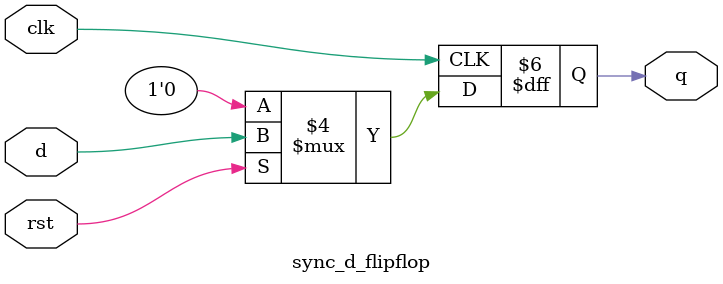
<source format=v>
`timescale 1ns / 1ps
module sync_d_flipflop(
      input clk,
      input d,
      input rst,
      output reg q
    );
  always@(posedge clk) begin
  if (!rst)begin
    q<=0;
    end
    else
    q<=d;
  end
  
endmodule
</source>
